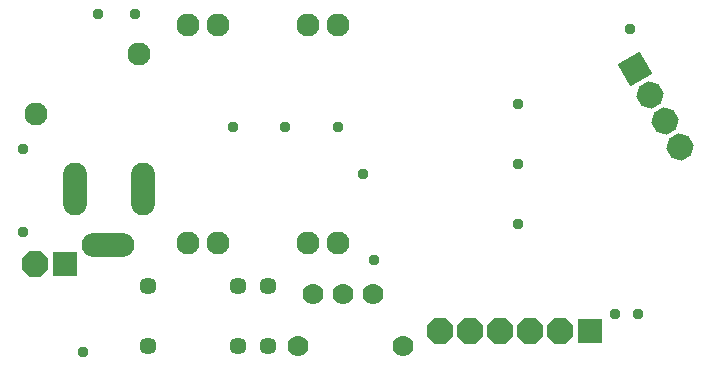
<source format=gbr>
G04 GENERATED BY PULSONIX 12.5 GERBER.DLL 9449*
G04 #@! TF.GenerationSoftware,Pulsonix,Pulsonix,12.5.9449*
G04 #@! TF.CreationDate,2025-04-26T21:18:15--1:00*
G04 #@! TF.Part,Single*
%FSLAX35Y35*%
%LPD*%
%MOMM*%
G04 #@! TF.FileFunction,Soldermask,Bot*
G04 #@! TF.FilePolarity,Negative*
G04 #@! TA.AperFunction,ViaPad*
%ADD107C,0.95400*%
G04 #@! TA.AperFunction,ComponentPad*
%ADD108O,2.05400X4.45400*%
%ADD109O,4.45400X2.05400*%
%ADD110C,1.95400*%
%ADD111C,1.77800*%
%ADD112C,1.45400*%
%AMT113*0 Rectangle Pad at angle 30*21,1,2.15900,2.15900,0,0,30*%
%ADD113T113*%
%AMT114*0 Octagon pad*4,1,8,-0.15252,1.15844,-0.92698,0.71130,-1.15844,-0.15252,-0.71130,-0.92698,0.15252,-1.15844,0.92698,-0.71130,1.15844,0.15252,0.71130,0.92698,-0.15252,1.15844,0*%
%ADD114T114*%
%ADD115R,2.15900X2.15900*%
%AMT116*0 Octagon pad*4,1,8,0.44714,1.07950,-0.44714,1.07950,-1.07950,0.44714,-1.07950,-0.44714,-0.44714,-1.07950,0.44714,-1.07950,1.07950,-0.44714,1.07950,0.44714,0.44714,1.07950,0*%
%ADD116T116*%
G04 #@! TD.AperFunction*
X0Y0D02*
D02*
D107*
X530925Y1358500D03*
Y2057000D03*
X1038925Y342500D03*
X1165925Y3200000D03*
X1483425D03*
X2308925Y2247500D03*
X2753425D03*
X3197925D03*
X3414550Y1849000D03*
X3509800Y1118750D03*
X4721925Y1422000D03*
Y1930000D03*
Y2438000D03*
X5547425Y660000D03*
X5674425Y3073000D03*
X5737925Y660000D03*
D02*
D108*
X971925Y1722000D03*
X1551925D03*
D02*
D109*
X1251925Y1242000D03*
D02*
D110*
X640984Y2357000D03*
X1520866Y2865000D03*
X1930925Y1259500D03*
Y3109500D03*
X2184925Y1259500D03*
Y3109500D03*
X2946925Y1259500D03*
Y3109500D03*
X3200925Y1259500D03*
Y3109500D03*
D02*
D111*
X2858925Y388500D03*
X2985925Y833000D03*
X3239925D03*
X3493925D03*
X3747925Y388500D03*
D02*
D112*
X1588925D03*
Y896500D03*
X2350925Y388500D03*
Y896500D03*
X2604925Y388500D03*
Y896500D03*
D02*
D113*
X5716425Y2738000D03*
D02*
D114*
X5843425Y2518030D03*
X5970425Y2298059D03*
X6097425Y2078089D03*
D02*
D115*
X890425Y1087000D03*
X5335425Y515500D03*
D02*
D116*
X636425Y1087000D03*
X4065425Y515500D03*
X4319425D03*
X4573425D03*
X4827425D03*
X5081425D03*
X0Y0D02*
M02*

</source>
